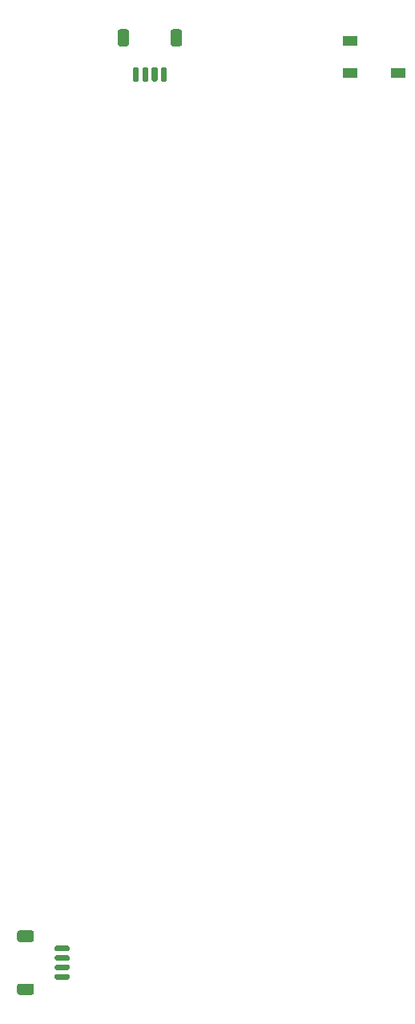
<source format=gbr>
%TF.GenerationSoftware,KiCad,Pcbnew,5.1.6-c6e7f7d~87~ubuntu18.04.1*%
%TF.CreationDate,2021-12-28T13:40:06-05:00*%
%TF.ProjectId,remote,72656d6f-7465-42e6-9b69-6361645f7063,rev?*%
%TF.SameCoordinates,Original*%
%TF.FileFunction,Paste,Top*%
%TF.FilePolarity,Positive*%
%FSLAX46Y46*%
G04 Gerber Fmt 4.6, Leading zero omitted, Abs format (unit mm)*
G04 Created by KiCad (PCBNEW 5.1.6-c6e7f7d~87~ubuntu18.04.1) date 2021-12-28 13:40:06*
%MOMM*%
%LPD*%
G01*
G04 APERTURE LIST*
%ADD10R,1.500000X1.000000*%
G04 APERTURE END LIST*
D10*
%TO.C,SP1*%
X35940000Y-3680000D03*
X41040000Y-3680000D03*
X35940000Y-280000D03*
%TD*%
%TO.C,J20*%
G36*
G01*
X16590000Y-3235000D02*
X16590000Y-4485000D01*
G75*
G02*
X16440000Y-4635000I-150000J0D01*
G01*
X16140000Y-4635000D01*
G75*
G02*
X15990000Y-4485000I0J150000D01*
G01*
X15990000Y-3235000D01*
G75*
G02*
X16140000Y-3085000I150000J0D01*
G01*
X16440000Y-3085000D01*
G75*
G02*
X16590000Y-3235000I0J-150000D01*
G01*
G37*
G36*
G01*
X15590000Y-3235000D02*
X15590000Y-4485000D01*
G75*
G02*
X15440000Y-4635000I-150000J0D01*
G01*
X15140000Y-4635000D01*
G75*
G02*
X14990000Y-4485000I0J150000D01*
G01*
X14990000Y-3235000D01*
G75*
G02*
X15140000Y-3085000I150000J0D01*
G01*
X15440000Y-3085000D01*
G75*
G02*
X15590000Y-3235000I0J-150000D01*
G01*
G37*
G36*
G01*
X14590000Y-3235000D02*
X14590000Y-4485000D01*
G75*
G02*
X14440000Y-4635000I-150000J0D01*
G01*
X14140000Y-4635000D01*
G75*
G02*
X13990000Y-4485000I0J150000D01*
G01*
X13990000Y-3235000D01*
G75*
G02*
X14140000Y-3085000I150000J0D01*
G01*
X14440000Y-3085000D01*
G75*
G02*
X14590000Y-3235000I0J-150000D01*
G01*
G37*
G36*
G01*
X13590000Y-3235000D02*
X13590000Y-4485000D01*
G75*
G02*
X13440000Y-4635000I-150000J0D01*
G01*
X13140000Y-4635000D01*
G75*
G02*
X12990000Y-4485000I0J150000D01*
G01*
X12990000Y-3235000D01*
G75*
G02*
X13140000Y-3085000I150000J0D01*
G01*
X13440000Y-3085000D01*
G75*
G02*
X13590000Y-3235000I0J-150000D01*
G01*
G37*
G36*
G01*
X18190000Y665001D02*
X18190000Y-635001D01*
G75*
G02*
X17940001Y-885000I-249999J0D01*
G01*
X17239999Y-885000D01*
G75*
G02*
X16990000Y-635001I0J249999D01*
G01*
X16990000Y665001D01*
G75*
G02*
X17239999Y915000I249999J0D01*
G01*
X17940001Y915000D01*
G75*
G02*
X18190000Y665001I0J-249999D01*
G01*
G37*
G36*
G01*
X12590000Y665001D02*
X12590000Y-635001D01*
G75*
G02*
X12340001Y-885000I-249999J0D01*
G01*
X11639999Y-885000D01*
G75*
G02*
X11390000Y-635001I0J249999D01*
G01*
X11390000Y665001D01*
G75*
G02*
X11639999Y915000I249999J0D01*
G01*
X12340001Y915000D01*
G75*
G02*
X12590000Y665001I0J-249999D01*
G01*
G37*
%TD*%
%TO.C,J12*%
G36*
G01*
X994999Y-99840000D02*
X2295001Y-99840000D01*
G75*
G02*
X2545000Y-100089999I0J-249999D01*
G01*
X2545000Y-100790001D01*
G75*
G02*
X2295001Y-101040000I-249999J0D01*
G01*
X994999Y-101040000D01*
G75*
G02*
X745000Y-100790001I0J249999D01*
G01*
X745000Y-100089999D01*
G75*
G02*
X994999Y-99840000I249999J0D01*
G01*
G37*
G36*
G01*
X994999Y-94240000D02*
X2295001Y-94240000D01*
G75*
G02*
X2545000Y-94489999I0J-249999D01*
G01*
X2545000Y-95190001D01*
G75*
G02*
X2295001Y-95440000I-249999J0D01*
G01*
X994999Y-95440000D01*
G75*
G02*
X745000Y-95190001I0J249999D01*
G01*
X745000Y-94489999D01*
G75*
G02*
X994999Y-94240000I249999J0D01*
G01*
G37*
G36*
G01*
X4895000Y-98840000D02*
X6145000Y-98840000D01*
G75*
G02*
X6295000Y-98990000I0J-150000D01*
G01*
X6295000Y-99290000D01*
G75*
G02*
X6145000Y-99440000I-150000J0D01*
G01*
X4895000Y-99440000D01*
G75*
G02*
X4745000Y-99290000I0J150000D01*
G01*
X4745000Y-98990000D01*
G75*
G02*
X4895000Y-98840000I150000J0D01*
G01*
G37*
G36*
G01*
X4895000Y-97840000D02*
X6145000Y-97840000D01*
G75*
G02*
X6295000Y-97990000I0J-150000D01*
G01*
X6295000Y-98290000D01*
G75*
G02*
X6145000Y-98440000I-150000J0D01*
G01*
X4895000Y-98440000D01*
G75*
G02*
X4745000Y-98290000I0J150000D01*
G01*
X4745000Y-97990000D01*
G75*
G02*
X4895000Y-97840000I150000J0D01*
G01*
G37*
G36*
G01*
X4895000Y-96840000D02*
X6145000Y-96840000D01*
G75*
G02*
X6295000Y-96990000I0J-150000D01*
G01*
X6295000Y-97290000D01*
G75*
G02*
X6145000Y-97440000I-150000J0D01*
G01*
X4895000Y-97440000D01*
G75*
G02*
X4745000Y-97290000I0J150000D01*
G01*
X4745000Y-96990000D01*
G75*
G02*
X4895000Y-96840000I150000J0D01*
G01*
G37*
G36*
G01*
X4895000Y-95840000D02*
X6145000Y-95840000D01*
G75*
G02*
X6295000Y-95990000I0J-150000D01*
G01*
X6295000Y-96290000D01*
G75*
G02*
X6145000Y-96440000I-150000J0D01*
G01*
X4895000Y-96440000D01*
G75*
G02*
X4745000Y-96290000I0J150000D01*
G01*
X4745000Y-95990000D01*
G75*
G02*
X4895000Y-95840000I150000J0D01*
G01*
G37*
%TD*%
M02*

</source>
